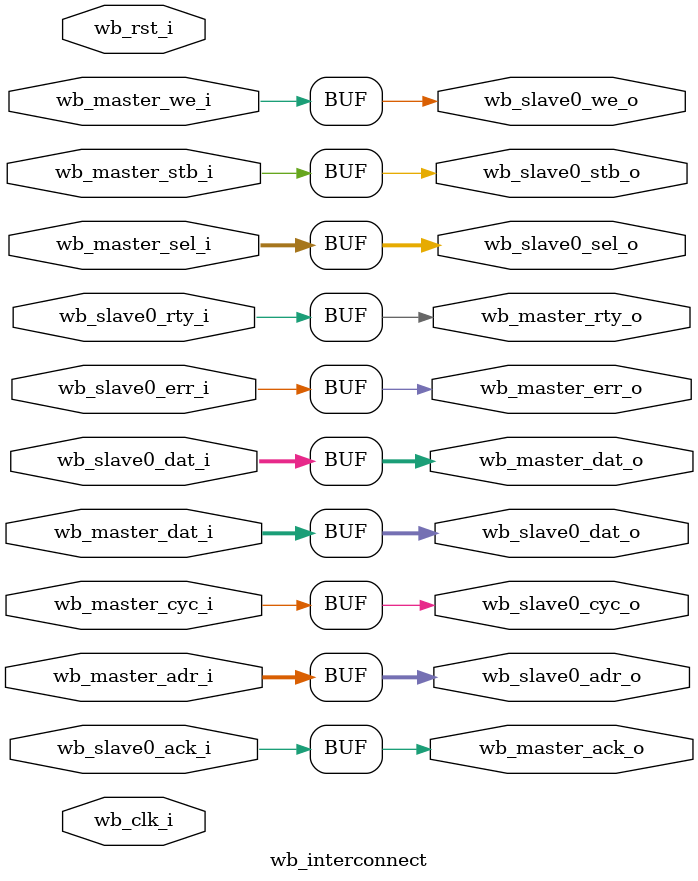
<source format=v>
/*
 * Wishbone Interconnect (1 Master, 1 Slave)
 *
 * Copyright (C) 2021  VSD-PLL Team
 *
 * Permission to use, copy, modify, and/or distribute this software for any
 * purpose with or without fee is hereby granted, provided that the above
 * copyright notice and this permission notice appear in all copies.
 *
 * THE SOFTWARE IS PROVIDED "AS IS" AND THE AUTHOR DISCLAIMS ALL WARRANTIES
 * WITH REGARD TO THIS SOFTWARE INCLUDING ALL IMPLIED WARRANTIES OF
 * MERCHANTABILITY AND FITNESS. IN NO EVENT SHALL THE AUTHOR BE LIABLE FOR
 * ANY SPECIAL, DIRECT, INDIRECT, OR CONSEQUENTIAL DAMAGES OR ANY DAMAGES
 * WHATSOEVER RESULTING FROM LOSS OF USE, DATA OR PROFITS, WHETHER IN AN
 * ACTION OF CONTRACT, NEGLIGENCE OR OTHER TORTIOUS ACTION, ARISING OUT OF
 * OR IN CONNECTION WITH THE USE OR PERFORMANCE OF THIS SOFTWARE.
 */

`timescale 1 ns / 1 ps

module wb_interconnect (
    // Wishbone master interface
    input           wb_clk_i,
    input           wb_rst_i,
    input  [31:0]   wb_master_adr_i,
    output [31:0]   wb_master_dat_o,
    input  [31:0]   wb_master_dat_i,
    input  [3:0]    wb_master_sel_i,
    input           wb_master_we_i,
    input           wb_master_cyc_i,
    input           wb_master_stb_i,
    output          wb_master_ack_o,
    output          wb_master_err_o,
    output          wb_master_rty_o,

    // Wishbone slave interface (SRAM)
    output [31:0]   wb_slave0_adr_o,
    output [31:0]   wb_slave0_dat_o,
    input  [31:0]   wb_slave0_dat_i,
    output [3:0]    wb_slave0_sel_o,
    output          wb_slave0_we_o,
    output          wb_slave0_cyc_o,
    output          wb_slave0_stb_o,
    input           wb_slave0_ack_i,
    input           wb_slave0_err_i,
    input           wb_slave0_rty_i
);

    // Simple 1-to-1 connection
    assign wb_slave0_adr_o = wb_master_adr_i;
    assign wb_master_dat_o = wb_slave0_dat_i;
    assign wb_slave0_dat_o = wb_master_dat_i;
    assign wb_slave0_sel_o = wb_master_sel_i;
    assign wb_slave0_we_o = wb_master_we_i;
    assign wb_slave0_cyc_o = wb_master_cyc_i;
    assign wb_slave0_stb_o = wb_master_stb_i;
    assign wb_master_ack_o = wb_slave0_ack_i;
    assign wb_master_err_o = wb_slave0_err_i;
    assign wb_master_rty_o = wb_slave0_rty_i;

endmodule

</source>
